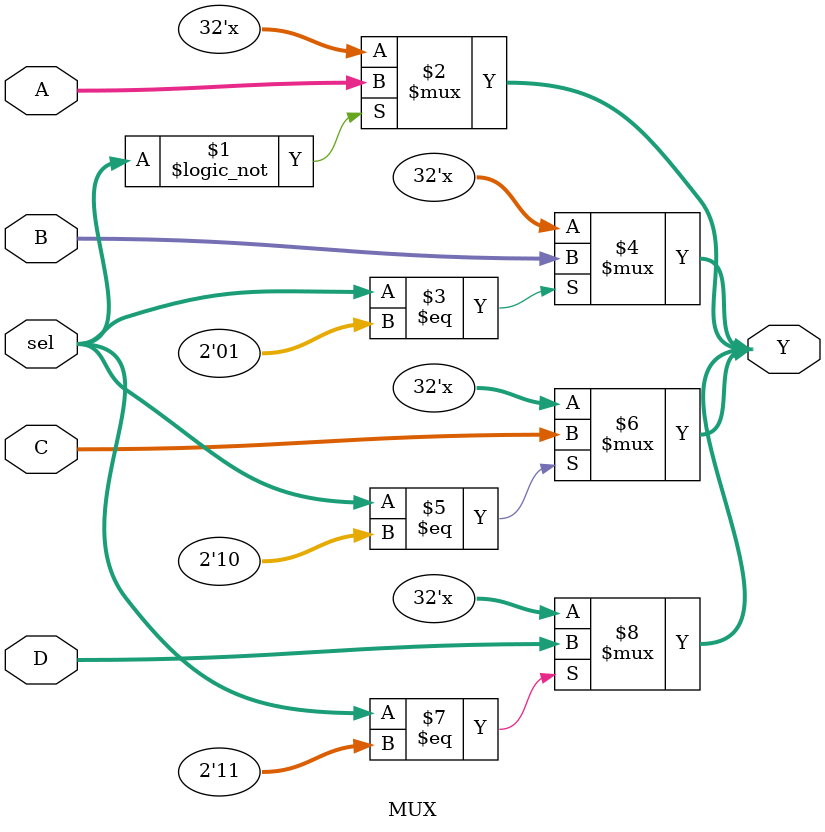
<source format=v>
`timescale 1ns / 1ps
module MUX(
    input wire [31:0] A,
    input wire [31:0] B,
    input wire [31:0] C,
    input wire [31:0] D,
    output wire[31:0] Y,
	 input wire [1:0] sel
    );
	
	 assign Y = (sel==2'h0) ? A :  32'bzzzzzzzzzzzzzzzzzzzzzzzzzzzzzzzz; 
	 assign Y = (sel==2'h1) ? B :  32'bzzzzzzzzzzzzzzzzzzzzzzzzzzzzzzzz; 
	 assign Y = (sel==2'h2) ? C :  32'bzzzzzzzzzzzzzzzzzzzzzzzzzzzzzzzz;  
	 assign Y = (sel==2'h3) ? D :  32'bzzzzzzzzzzzzzzzzzzzzzzzzzzzzzzzz;   
	 
endmodule

</source>
